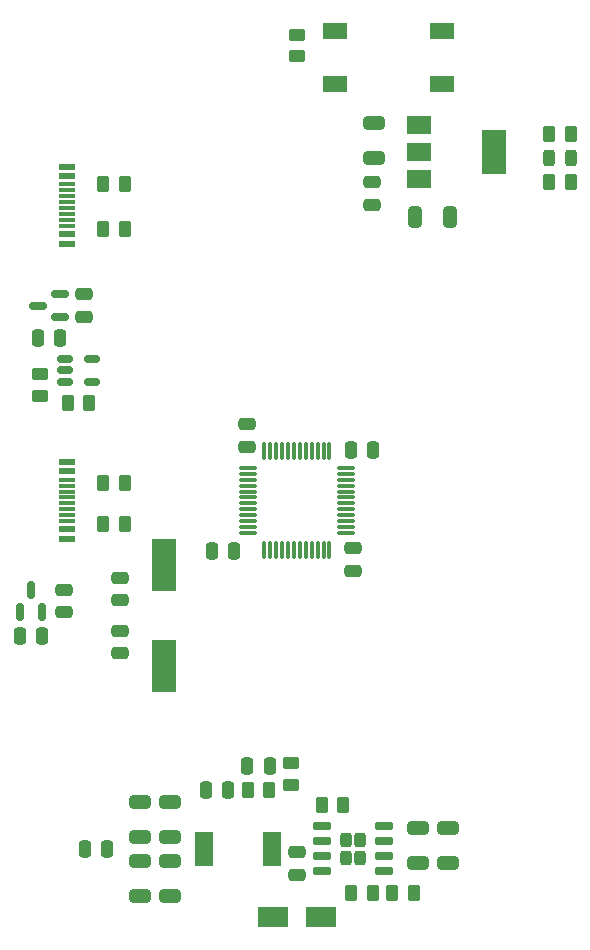
<source format=gtp>
%TF.GenerationSoftware,KiCad,Pcbnew,6.0.2+dfsg-1*%
%TF.CreationDate,2025-09-20T13:55:39+02:00*%
%TF.ProjectId,Alchemy,416c6368-656d-4792-9e6b-696361645f70,rev?*%
%TF.SameCoordinates,Original*%
%TF.FileFunction,Paste,Top*%
%TF.FilePolarity,Positive*%
%FSLAX46Y46*%
G04 Gerber Fmt 4.6, Leading zero omitted, Abs format (unit mm)*
G04 Created by KiCad (PCBNEW 6.0.2+dfsg-1) date 2025-09-20 13:55:39*
%MOMM*%
%LPD*%
G01*
G04 APERTURE LIST*
G04 Aperture macros list*
%AMRoundRect*
0 Rectangle with rounded corners*
0 $1 Rounding radius*
0 $2 $3 $4 $5 $6 $7 $8 $9 X,Y pos of 4 corners*
0 Add a 4 corners polygon primitive as box body*
4,1,4,$2,$3,$4,$5,$6,$7,$8,$9,$2,$3,0*
0 Add four circle primitives for the rounded corners*
1,1,$1+$1,$2,$3*
1,1,$1+$1,$4,$5*
1,1,$1+$1,$6,$7*
1,1,$1+$1,$8,$9*
0 Add four rect primitives between the rounded corners*
20,1,$1+$1,$2,$3,$4,$5,0*
20,1,$1+$1,$4,$5,$6,$7,0*
20,1,$1+$1,$6,$7,$8,$9,0*
20,1,$1+$1,$8,$9,$2,$3,0*%
G04 Aperture macros list end*
%ADD10RoundRect,0.250000X-0.475000X0.250000X-0.475000X-0.250000X0.475000X-0.250000X0.475000X0.250000X0*%
%ADD11R,1.450000X0.600000*%
%ADD12R,1.450000X0.300000*%
%ADD13RoundRect,0.243750X0.243750X0.456250X-0.243750X0.456250X-0.243750X-0.456250X0.243750X-0.456250X0*%
%ADD14R,2.100000X1.400000*%
%ADD15RoundRect,0.250000X-0.262500X-0.450000X0.262500X-0.450000X0.262500X0.450000X-0.262500X0.450000X0*%
%ADD16RoundRect,0.250000X0.450000X-0.262500X0.450000X0.262500X-0.450000X0.262500X-0.450000X-0.262500X0*%
%ADD17RoundRect,0.242500X0.242500X0.382500X-0.242500X0.382500X-0.242500X-0.382500X0.242500X-0.382500X0*%
%ADD18RoundRect,0.150000X0.650000X0.150000X-0.650000X0.150000X-0.650000X-0.150000X0.650000X-0.150000X0*%
%ADD19RoundRect,0.250000X-0.650000X0.325000X-0.650000X-0.325000X0.650000X-0.325000X0.650000X0.325000X0*%
%ADD20RoundRect,0.250000X0.262500X0.450000X-0.262500X0.450000X-0.262500X-0.450000X0.262500X-0.450000X0*%
%ADD21RoundRect,0.250000X0.250000X0.475000X-0.250000X0.475000X-0.250000X-0.475000X0.250000X-0.475000X0*%
%ADD22RoundRect,0.250000X0.650000X-0.325000X0.650000X0.325000X-0.650000X0.325000X-0.650000X-0.325000X0*%
%ADD23RoundRect,0.250000X-0.250000X-0.475000X0.250000X-0.475000X0.250000X0.475000X-0.250000X0.475000X0*%
%ADD24RoundRect,0.150000X0.587500X0.150000X-0.587500X0.150000X-0.587500X-0.150000X0.587500X-0.150000X0*%
%ADD25RoundRect,0.250000X0.475000X-0.250000X0.475000X0.250000X-0.475000X0.250000X-0.475000X-0.250000X0*%
%ADD26RoundRect,0.250000X-0.450000X0.262500X-0.450000X-0.262500X0.450000X-0.262500X0.450000X0.262500X0*%
%ADD27RoundRect,0.075000X-0.662500X-0.075000X0.662500X-0.075000X0.662500X0.075000X-0.662500X0.075000X0*%
%ADD28RoundRect,0.075000X-0.075000X-0.662500X0.075000X-0.662500X0.075000X0.662500X-0.075000X0.662500X0*%
%ADD29R,2.000000X1.500000*%
%ADD30R,2.000000X3.800000*%
%ADD31RoundRect,0.150000X-0.512500X-0.150000X0.512500X-0.150000X0.512500X0.150000X-0.512500X0.150000X0*%
%ADD32R,2.000000X4.500000*%
%ADD33R,1.500000X3.000000*%
%ADD34RoundRect,0.150000X0.150000X-0.587500X0.150000X0.587500X-0.150000X0.587500X-0.150000X-0.587500X0*%
%ADD35R,2.500000X1.800000*%
%ADD36RoundRect,0.250000X-0.325000X-0.650000X0.325000X-0.650000X0.325000X0.650000X-0.325000X0.650000X0*%
G04 APERTURE END LIST*
D10*
%TO.C,C24*%
X154250000Y-101550000D03*
X154250000Y-103450000D03*
%TD*%
%TO.C,C11*%
X131500000Y-80050000D03*
X131500000Y-81950000D03*
%TD*%
D11*
%TO.C,J3*%
X130045000Y-69250000D03*
X130045000Y-70050000D03*
D12*
X130045000Y-71250000D03*
X130045000Y-72250000D03*
X130045000Y-72750000D03*
X130045000Y-73750000D03*
D11*
X130045000Y-74950000D03*
X130045000Y-75750000D03*
X130045000Y-75750000D03*
X130045000Y-74950000D03*
D12*
X130045000Y-74250000D03*
X130045000Y-73250000D03*
X130045000Y-71750000D03*
X130045000Y-70750000D03*
D11*
X130045000Y-70050000D03*
X130045000Y-69250000D03*
%TD*%
D13*
%TO.C,D1*%
X172687500Y-68500000D03*
X170812500Y-68500000D03*
%TD*%
D14*
%TO.C,S1*%
X161800000Y-62250000D03*
X152700000Y-62250000D03*
X161800000Y-57750000D03*
X152700000Y-57750000D03*
%TD*%
D15*
%TO.C,R8*%
X133087500Y-99500000D03*
X134912500Y-99500000D03*
%TD*%
D16*
%TO.C,R4*%
X149000000Y-121575000D03*
X149000000Y-119750000D03*
%TD*%
D17*
%TO.C,U2*%
X153650000Y-126225000D03*
X154850000Y-127775000D03*
X153650000Y-127775000D03*
X154850000Y-126225000D03*
D18*
X156900000Y-128905000D03*
X156900000Y-127635000D03*
X156900000Y-126365000D03*
X156900000Y-125095000D03*
X151600000Y-125095000D03*
X151600000Y-126365000D03*
X151600000Y-127635000D03*
X151600000Y-128905000D03*
%TD*%
D15*
%TO.C,R7*%
X133087500Y-96000000D03*
X134912500Y-96000000D03*
%TD*%
D19*
%TO.C,C1*%
X159750000Y-125275000D03*
X159750000Y-128225000D03*
%TD*%
D20*
%TO.C,R13*%
X172662500Y-66500000D03*
X170837500Y-66500000D03*
%TD*%
%TO.C,R3*%
X147162500Y-122000000D03*
X145337500Y-122000000D03*
%TD*%
D19*
%TO.C,C10*%
X162250000Y-125275000D03*
X162250000Y-128225000D03*
%TD*%
D21*
%TO.C,C9*%
X133450000Y-127000000D03*
X131550000Y-127000000D03*
%TD*%
%TO.C,C3*%
X147200000Y-120000000D03*
X145300000Y-120000000D03*
%TD*%
D20*
%TO.C,R2*%
X155912500Y-130750000D03*
X154087500Y-130750000D03*
%TD*%
D19*
%TO.C,C5*%
X138750000Y-123025000D03*
X138750000Y-125975000D03*
%TD*%
D10*
%TO.C,C2*%
X149500000Y-127300000D03*
X149500000Y-129200000D03*
%TD*%
%TO.C,C13*%
X134500000Y-104050000D03*
X134500000Y-105950000D03*
%TD*%
D22*
%TO.C,C6*%
X138750000Y-130975000D03*
X138750000Y-128025000D03*
%TD*%
D23*
%TO.C,C18*%
X127550000Y-83750000D03*
X129450000Y-83750000D03*
%TD*%
D15*
%TO.C,R10*%
X133087500Y-74500000D03*
X134912500Y-74500000D03*
%TD*%
D21*
%TO.C,C20*%
X127950000Y-109000000D03*
X126050000Y-109000000D03*
%TD*%
D24*
%TO.C,U5*%
X129437500Y-81950000D03*
X129437500Y-80050000D03*
X127562500Y-81000000D03*
%TD*%
D22*
%TO.C,C8*%
X136250000Y-130975000D03*
X136250000Y-128025000D03*
%TD*%
D10*
%TO.C,C17*%
X155875000Y-70550000D03*
X155875000Y-72450000D03*
%TD*%
D25*
%TO.C,C25*%
X145250000Y-92950000D03*
X145250000Y-91050000D03*
%TD*%
D16*
%TO.C,R14*%
X127750000Y-88662500D03*
X127750000Y-86837500D03*
%TD*%
D15*
%TO.C,R12*%
X170837500Y-70500000D03*
X172662500Y-70500000D03*
%TD*%
D26*
%TO.C,R11*%
X149500000Y-58087500D03*
X149500000Y-59912500D03*
%TD*%
D11*
%TO.C,J2*%
X130045000Y-94250000D03*
X130045000Y-95050000D03*
D12*
X130045000Y-96250000D03*
X130045000Y-97250000D03*
X130045000Y-97750000D03*
X130045000Y-98750000D03*
D11*
X130045000Y-99950000D03*
X130045000Y-100750000D03*
X130045000Y-100750000D03*
X130045000Y-99950000D03*
D12*
X130045000Y-99250000D03*
X130045000Y-98250000D03*
X130045000Y-96750000D03*
X130045000Y-95750000D03*
D11*
X130045000Y-95050000D03*
X130045000Y-94250000D03*
%TD*%
D20*
%TO.C,R5*%
X153412500Y-123250000D03*
X151587500Y-123250000D03*
%TD*%
%TO.C,R1*%
X159412500Y-130750000D03*
X157587500Y-130750000D03*
%TD*%
D22*
%TO.C,C16*%
X156000000Y-68475000D03*
X156000000Y-65525000D03*
%TD*%
D27*
%TO.C,U1*%
X145337500Y-94750000D03*
X145337500Y-95250000D03*
X145337500Y-95750000D03*
X145337500Y-96250000D03*
X145337500Y-96750000D03*
X145337500Y-97250000D03*
X145337500Y-97750000D03*
X145337500Y-98250000D03*
X145337500Y-98750000D03*
X145337500Y-99250000D03*
X145337500Y-99750000D03*
X145337500Y-100250000D03*
D28*
X146750000Y-101662500D03*
X147250000Y-101662500D03*
X147750000Y-101662500D03*
X148250000Y-101662500D03*
X148750000Y-101662500D03*
X149250000Y-101662500D03*
X149750000Y-101662500D03*
X150250000Y-101662500D03*
X150750000Y-101662500D03*
X151250000Y-101662500D03*
X151750000Y-101662500D03*
X152250000Y-101662500D03*
D27*
X153662500Y-100250000D03*
X153662500Y-99750000D03*
X153662500Y-99250000D03*
X153662500Y-98750000D03*
X153662500Y-98250000D03*
X153662500Y-97750000D03*
X153662500Y-97250000D03*
X153662500Y-96750000D03*
X153662500Y-96250000D03*
X153662500Y-95750000D03*
X153662500Y-95250000D03*
X153662500Y-94750000D03*
D28*
X152250000Y-93337500D03*
X151750000Y-93337500D03*
X151250000Y-93337500D03*
X150750000Y-93337500D03*
X150250000Y-93337500D03*
X149750000Y-93337500D03*
X149250000Y-93337500D03*
X148750000Y-93337500D03*
X148250000Y-93337500D03*
X147750000Y-93337500D03*
X147250000Y-93337500D03*
X146750000Y-93337500D03*
%TD*%
D29*
%TO.C,U4*%
X159850000Y-65700000D03*
D30*
X166150000Y-68000000D03*
D29*
X159850000Y-68000000D03*
X159850000Y-70300000D03*
%TD*%
D25*
%TO.C,C14*%
X134500000Y-110450000D03*
X134500000Y-108550000D03*
%TD*%
D10*
%TO.C,C19*%
X129750000Y-105050000D03*
X129750000Y-106950000D03*
%TD*%
D31*
%TO.C,U6*%
X129862500Y-85550000D03*
X129862500Y-86500000D03*
X129862500Y-87450000D03*
X132137500Y-87450000D03*
X132137500Y-85550000D03*
%TD*%
D20*
%TO.C,R15*%
X131912500Y-89250000D03*
X130087500Y-89250000D03*
%TD*%
D32*
%TO.C,Y2*%
X138250000Y-103000000D03*
X138250000Y-111500000D03*
%TD*%
D33*
%TO.C,L1*%
X147350000Y-127000000D03*
X141650000Y-127000000D03*
%TD*%
D15*
%TO.C,R9*%
X133087500Y-70750000D03*
X134912500Y-70750000D03*
%TD*%
D34*
%TO.C,U3*%
X126050000Y-106937500D03*
X127950000Y-106937500D03*
X127000000Y-105062500D03*
%TD*%
D21*
%TO.C,C27*%
X144200000Y-101750000D03*
X142300000Y-101750000D03*
%TD*%
D35*
%TO.C,D2*%
X147500000Y-132750000D03*
X151500000Y-132750000D03*
%TD*%
D23*
%TO.C,C26*%
X154050000Y-93250000D03*
X155950000Y-93250000D03*
%TD*%
D19*
%TO.C,C7*%
X136250000Y-123025000D03*
X136250000Y-125975000D03*
%TD*%
D21*
%TO.C,C4*%
X143700000Y-122000000D03*
X141800000Y-122000000D03*
%TD*%
D36*
%TO.C,C15*%
X159525000Y-73500000D03*
X162475000Y-73500000D03*
%TD*%
M02*

</source>
